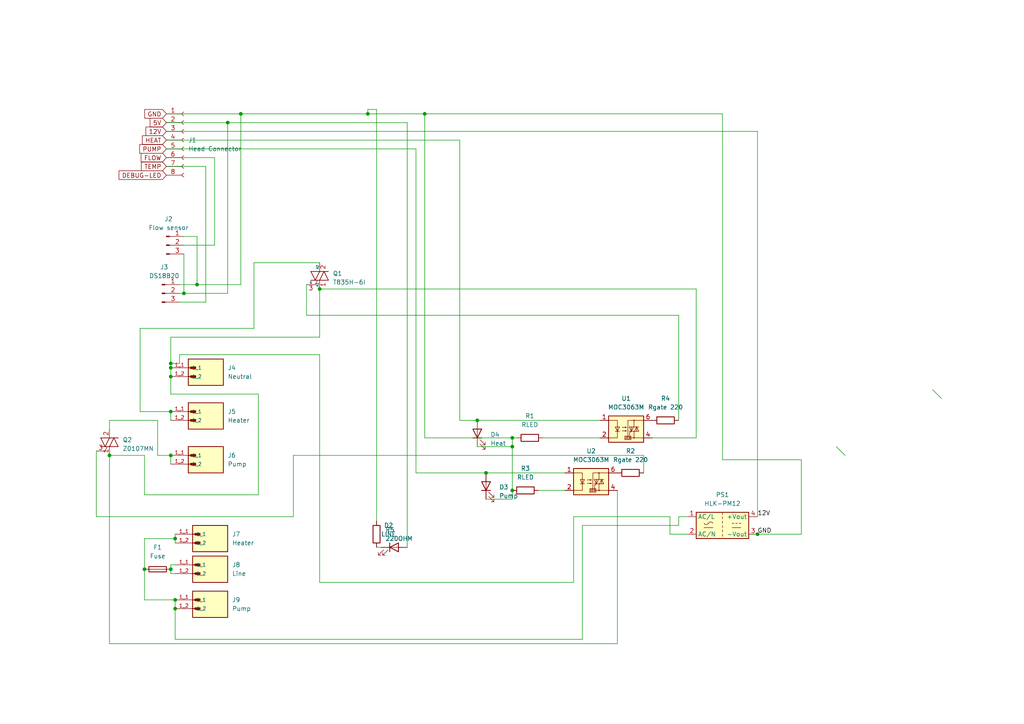
<source format=kicad_sch>
(kicad_sch (version 20250114) (generator "eeschema") (generator_version "9.0")
  (paper "A4")
  (lib_symbols
    (symbol "1212-ST:1212-ST" (pin_names (offset 1.016))
      (property "Reference" "J" (at -5.08 5.842 0))
      (property "Value" "1212-ST" (at -5.08 -5.08 0))
      (symbol "1212-ST_0_0"
        (polyline (pts (xy -5.08 2.54) (xy -3.175 2.54)) (stroke (width 0.254)))
        (polyline (pts (xy -5.08 0) (xy -3.175 0)) (stroke (width 0.254)))
        (rectangle (start -5.08 -2.54) (end 5.08 5.08) (stroke (width 0.254)) (fill (type background)))
        (rectangle (start -4.445 2.2225) (end -2.8575 2.8575) (stroke (width 0.1)) (fill (type outline)))
        (rectangle (start -4.445 -0.3175) (end -2.8575 0.3175) (stroke (width 0.1)) (fill (type outline)))
        (pin passive line (at -10.16 2.54 0) (length 5.08) (name "1_1") (number "1_1"))
        (pin passive line (at -10.16 0 0) (length 5.08) (name "1_2") (number "1_2"))
      )
    )
    (symbol "Connector:Conn_01x03_Pin" (pin_names (offset 1.016) (hide yes))
      (property "Reference" "J" (at 0 5.08 0))
      (property "Value" "Conn_01x03_Pin" (at 0 -5.08 0))
      (symbol "Conn_01x03_Pin_1_1"
        (rectangle (start 0.8636 2.667) (end 0 2.413) (stroke (width 0.1524)) (fill (type outline)))
        (rectangle (start 0.8636 0.127) (end 0 -0.127) (stroke (width 0.1524)) (fill (type outline)))
        (rectangle (start 0.8636 -2.413) (end 0 -2.667) (stroke (width 0.1524)) (fill (type outline)))
        (polyline (pts (xy 1.27 2.54) (xy 0.8636 2.54)) (stroke (width 0.1524)))
        (polyline (pts (xy 1.27 0) (xy 0.8636 0)) (stroke (width 0.1524)))
        (polyline (pts (xy 1.27 -2.54) (xy 0.8636 -2.54)) (stroke (width 0.1524)))
        (pin passive line (at 5.08 2.54 180) (length 3.81) (name "Pin_1") (number "1"))
        (pin passive line (at 5.08 0 180) (length 3.81) (name "Pin_2") (number "2"))
        (pin passive line (at 5.08 -2.54 180) (length 3.81) (name "Pin_3") (number "3"))
      )
    )
    (symbol "Connector:Conn_01x08_Socket" (pin_names (offset 1.016) (hide yes))
      (property "Reference" "J" (at 0 10.16 0))
      (property "Value" "Conn_01x08_Socket" (at 0 -12.7 0))
      (symbol "Conn_01x08_Socket_1_1"
        (polyline (pts (xy -1.27 7.62) (xy -0.508 7.62)) (stroke (width 0.1524)))
        (polyline (pts (xy -1.27 5.08) (xy -0.508 5.08)) (stroke (width 0.1524)))
        (polyline (pts (xy -1.27 2.54) (xy -0.508 2.54)) (stroke (width 0.1524)))
        (polyline (pts (xy -1.27 0) (xy -0.508 0)) (stroke (width 0.1524)))
        (polyline (pts (xy -1.27 -2.54) (xy -0.508 -2.54)) (stroke (width 0.1524)))
        (polyline (pts (xy -1.27 -5.08) (xy -0.508 -5.08)) (stroke (width 0.1524)))
        (polyline (pts (xy -1.27 -7.62) (xy -0.508 -7.62)) (stroke (width 0.1524)))
        (polyline (pts (xy -1.27 -10.16) (xy -0.508 -10.16)) (stroke (width 0.1524)))
        (arc (start 0 7.112) (mid -0.5058 7.62) (end 0 8.128) (stroke (width 0.1524)))
        (arc (start 0 4.572) (mid -0.5058 5.08) (end 0 5.588) (stroke (width 0.1524)))
        (arc (start 0 2.032) (mid -0.5058 2.54) (end 0 3.048) (stroke (width 0.1524)))
        (arc (start 0 -0.508) (mid -0.5058 0) (end 0 0.508) (stroke (width 0.1524)))
        (arc (start 0 -3.048) (mid -0.5058 -2.54) (end 0 -2.032) (stroke (width 0.1524)))
        (arc (start 0 -5.588) (mid -0.5058 -5.08) (end 0 -4.572) (stroke (width 0.1524)))
        (arc (start 0 -8.128) (mid -0.5058 -7.62) (end 0 -7.112) (stroke (width 0.1524)))
        (arc (start 0 -10.668) (mid -0.5058 -10.16) (end 0 -9.652) (stroke (width 0.1524)))
        (pin passive line (at -5.08 7.62 0) (length 3.81) (name "Pin_1") (number "1"))
        (pin passive line (at -5.08 5.08 0) (length 3.81) (name "Pin_2") (number "2"))
        (pin passive line (at -5.08 2.54 0) (length 3.81) (name "Pin_3") (number "3"))
        (pin passive line (at -5.08 0 0) (length 3.81) (name "Pin_4") (number "4"))
        (pin passive line (at -5.08 -2.54 0) (length 3.81) (name "Pin_5") (number "5"))
        (pin passive line (at -5.08 -5.08 0) (length 3.81) (name "Pin_6") (number "6"))
        (pin passive line (at -5.08 -7.62 0) (length 3.81) (name "Pin_7") (number "7"))
        (pin passive line (at -5.08 -10.16 0) (length 3.81) (name "Pin_8") (number "8"))
      )
    )
    (symbol "Converter_ACDC:HLK-PM12"
      (property "Reference" "PS" (at 0 5.08 0))
      (property "Value" "HLK-PM12" (at 0 -5.08 0))
      (symbol "HLK-PM12_0_1"
        (rectangle (start -7.62 3.81) (end 7.62 -3.81) (stroke (width 0.254)) (fill (type background)))
        (polyline (pts (xy -5.334 -0.635) (xy -2.794 -0.635)))
        (arc (start -4.064 0.635) (mid -4.699 0.2495) (end -5.334 0.635))
        (arc (start -4.064 0.635) (mid -3.429 1.0072) (end -2.794 0.635))
        (polyline (pts (xy 0 3.81) (xy 0 3.175)))
        (polyline (pts (xy 0 2.54) (xy 0 1.905)))
        (polyline (pts (xy 0 1.27) (xy 0 0.635)))
        (polyline (pts (xy 0 0) (xy 0 -0.635)))
        (polyline (pts (xy 0 -1.27) (xy 0 -1.905)))
        (polyline (pts (xy 0 -2.54) (xy 0 -3.175)))
        (polyline (pts (xy 2.794 0.635) (xy 3.302 0.635)))
        (polyline (pts (xy 2.794 -0.635) (xy 5.334 -0.635)))
        (polyline (pts (xy 3.81 0.635) (xy 4.318 0.635)))
        (polyline (pts (xy 4.826 0.635) (xy 5.334 0.635)))
      )
      (symbol "HLK-PM12_1_1"
        (pin power_in line (at -10.16 2.54 0) (length 2.54) (name "AC/L") (number "1"))
        (pin power_in line (at -10.16 -2.54 0) (length 2.54) (name "AC/N") (number "2"))
        (pin power_out line (at 10.16 2.54 180) (length 2.54) (name "+Vout") (number "4"))
        (pin power_out line (at 10.16 -2.54 180) (length 2.54) (name "-Vout") (number "3"))
      )
    )
    (symbol "Device:Fuse" (pin_numbers (hide yes)) (pin_names (offset 0))
      (property "Reference" "F" (at 2.032 0 90))
      (property "Value" "Fuse" (at -1.905 0 90))
      (symbol "Fuse_0_1"
        (rectangle (start -0.762 -2.54) (end 0.762 2.54) (stroke (width 0.254)))
        (polyline (pts (xy 0 2.54) (xy 0 -2.54)))
      )
      (symbol "Fuse_1_1"
        (pin passive line (at 0 3.81 270) (length 1.27) (name "~") (number "1"))
        (pin passive line (at 0 -3.81 90) (length 1.27) (name "~") (number "2"))
      )
    )
    (symbol "Device:LED" (pin_numbers (hide yes)) (pin_names (offset 1.016) (hide yes))
      (property "Reference" "D" (at 0 2.54 0))
      (property "Value" "LED" (at 0 -2.54 0))
      (symbol "LED_0_1"
        (polyline (pts (xy -3.048 -0.762) (xy -4.572 -2.286) (xy -3.81 -2.286) (xy -4.572 -2.286) (xy -4.572 -1.524)))
        (polyline (pts (xy -1.778 -0.762) (xy -3.302 -2.286) (xy -2.54 -2.286) (xy -3.302 -2.286) (xy -3.302 -1.524)))
        (polyline (pts (xy -1.27 0) (xy 1.27 0)))
        (polyline (pts (xy -1.27 -1.27) (xy -1.27 1.27)) (stroke (width 0.254)))
        (polyline (pts (xy 1.27 -1.27) (xy 1.27 1.27) (xy -1.27 0) (xy 1.27 -1.27)) (stroke (width 0.254)))
      )
      (symbol "LED_1_1"
        (pin passive line (at -3.81 0 0) (length 2.54) (name "K") (number "1"))
        (pin passive line (at 3.81 0 180) (length 2.54) (name "A") (number "2"))
      )
    )
    (symbol "Device:R" (pin_numbers (hide yes)) (pin_names (offset 0))
      (property "Reference" "R" (at 2.032 0 90))
      (property "Value" "R" (at 0 0 90))
      (symbol "R_0_1"
        (rectangle (start -1.016 -2.54) (end 1.016 2.54) (stroke (width 0.254)))
      )
      (symbol "R_1_1"
        (pin passive line (at 0 3.81 270) (length 1.27) (name "~") (number "1"))
        (pin passive line (at 0 -3.81 90) (length 1.27) (name "~") (number "2"))
      )
    )
    (symbol "Relay_SolidState:MOC3063M"
      (property "Reference" "U" (at -5.08 5.08 0))
      (property "Value" "MOC3063M" (at 0 5.08 0))
      (symbol "MOC3063M_0_0"
        (rectangle (start -0.381 -2.032) (end 1.397 -3.048))
        (polyline (pts (xy 1.524 -0.635) (xy 1.016 -1.016) (xy 1.016 -2.032)))
        (polyline (pts (xy 2.286 -2.54) (xy 1.397 -2.54)))
        (text "ZCD" (at 0.508 -2.54 0) (effects (font (size 0.508 0.508))))
      )
      (symbol "MOC3063M_0_1"
        (rectangle (start -5.08 3.81) (end 5.08 -3.81) (stroke (width 0.254)) (fill (type background)))
        (polyline (pts (xy -5.08 2.54) (xy -2.54 2.54) (xy -2.54 -2.54) (xy -5.08 -2.54)))
        (polyline (pts (xy -3.175 -0.635) (xy -1.905 -0.635)))
        (polyline (pts (xy -2.54 -0.635) (xy -3.175 0.635) (xy -1.905 0.635) (xy -2.54 -0.635)))
        (polyline (pts (xy -1.143 0.508) (xy 0.127 0.508) (xy -0.254 0.381) (xy -0.254 0.635) (xy 0.127 0.508)))
        (polyline (pts (xy -1.143 -0.508) (xy 0.127 -0.508) (xy -0.254 -0.635) (xy -0.254 -0.381) (xy 0.127 -0.508)))
        (polyline (pts (xy 0.889 -0.635) (xy 3.683 -0.635) (xy 3.048 0.635) (xy 2.413 -0.635)))
        (polyline (pts (xy 1.524 -0.635) (xy 1.524 0.635)))
        (polyline (pts (xy 2.286 2.54) (xy 0.508 2.54) (xy 0.508 -2.032)))
        (circle (center 2.286 2.54) (radius 0.127))
        (polyline (pts (xy 2.286 0.635) (xy 2.286 2.54) (xy 5.08 2.54)))
        (polyline (pts (xy 2.286 -0.635) (xy 2.286 -2.54) (xy 5.08 -2.54)))
        (circle (center 2.286 -2.54) (radius 0.127))
        (polyline (pts (xy 3.048 0.635) (xy 3.048 -0.635)))
        (polyline (pts (xy 3.683 0.635) (xy 0.889 0.635) (xy 1.524 -0.635) (xy 2.159 0.635)))
      )
      (symbol "MOC3063M_1_1"
        (pin passive line (at -7.62 2.54 0) (length 2.54) (name "~") (number "1"))
        (pin passive line (at -7.62 -2.54 0) (length 2.54) (name "~") (number "2"))
        (pin no_connect line (at -5.08 0 0) (length 2.54) (hide yes) (name "NC") (number "3"))
        (pin no_connect line (at 5.08 0 180) (length 2.54) (hide yes) (name "NC") (number "5"))
        (pin passive line (at 7.62 2.54 180) (length 2.54) (name "~") (number "6"))
        (pin passive line (at 7.62 -2.54 180) (length 2.54) (name "~") (number "4"))
      )
    )
    (symbol "Triac_Thyristor:BT136-500" (pin_names (offset 0))
      (property "Reference" "Q" (at 5.08 1.905 0))
      (property "Value" "BT136-500" (at 5.08 0 0))
      (symbol "BT136-500_0_1"
        (polyline (pts (xy -2.54 1.27) (xy 2.54 1.27)) (stroke (width 0.2032)))
        (polyline (pts (xy -2.54 1.27) (xy -1.27 -1.27) (xy 0 1.27)) (stroke (width 0.2032)))
        (polyline (pts (xy -2.54 -1.27) (xy 2.54 -1.27)) (stroke (width 0.2032)))
        (polyline (pts (xy -1.27 -2.54) (xy -0.635 -1.27)))
        (polyline (pts (xy 0 -1.27) (xy 1.27 1.27) (xy 2.54 -1.27)) (stroke (width 0.2032)))
      )
      (symbol "BT136-500_1_1"
        (pin input line (at -3.81 -2.54 0) (length 2.54) (name "G") (number "3"))
        (pin passive line (at 0 3.81 270) (length 2.54) (name "A2") (number "2"))
        (pin passive line (at 0 -3.81 90) (length 2.54) (name "A1") (number "1"))
      )
    )
    (symbol "Triac_Thyristor:Z0107MN" (pin_names (offset 0) (hide yes))
      (property "Reference" "D" (at 3.175 0.635 0))
      (property "Value" "Z0107MN" (at 3.175 -1.27 0))
      (symbol "Z0107MN_0_1"
        (polyline (pts (xy -2.54 1.27) (xy 2.54 1.27)) (stroke (width 0.2032)))
        (polyline (pts (xy -2.54 1.27) (xy -1.27 -1.27) (xy 0 1.27)) (stroke (width 0.2032)))
        (polyline (pts (xy -2.54 -1.27) (xy 2.54 -1.27)) (stroke (width 0.2032)))
        (polyline (pts (xy -1.27 -2.54) (xy -0.635 -1.27)))
        (polyline (pts (xy 0 -1.27) (xy 1.27 1.27) (xy 2.54 -1.27)) (stroke (width 0.2032)))
      )
      (symbol "Z0107MN_1_1"
        (pin input line (at -3.81 -2.54 0) (length 2.54) (name "G") (number "3"))
        (pin passive line (at 0 3.81 270) (length 2.54) (name "A2") (number "2"))
        (pin passive line (at 0 3.81 270) (length 2.54) (hide yes) (name "A4") (number "4"))
        (pin passive line (at 0 -3.81 90) (length 2.54) (name "A1") (number "1"))
      )
    )
  )
  (junction (at 53.34 85.09))
  (junction (at 41.91 165.1))
  (junction (at 148.59 129.54))
  (junction (at 138.43 121.92))
  (junction (at 69.85 33.02))
  (junction (at 31.75 132.08))
  (junction (at 92.71 83.82))
  (junction (at 49.53 165.1))
  (junction (at 148.59 142.24))
  (junction (at 148.59 127))
  (junction (at 66.04 35.56))
  (junction (at 49.53 132.08))
  (junction (at 219.71 154.94))
  (junction (at 50.8 176.53))
  (junction (at 140.97 137.16))
  (junction (at 49.53 106.68))
  (junction (at 123.19 33.02))
  (junction (at 49.53 109.22))
  (junction (at 57.15 82.55))
  (junction (at 50.8 156.21))
  (junction (at 49.53 119.38))
  (junction (at 106.68 33.02))
  (junction (at 49.53 105.41))
  (junction (at 50.8 173.99))
  (bus_entry (at 270.51 113.03) (size 2.54 2.54))
  (bus_entry (at 242.57 129.54) (size 2.54 2.54))
  (wire (pts (xy 49.53 132.08) (xy 49.53 134.62)))
  (wire (pts (xy 74.93 114.3) (xy 49.53 114.3)))
  (wire (pts (xy 52.07 105.41) (xy 52.07 102.87)))
  (wire (pts (xy 201.93 83.82) (xy 92.71 83.82)))
  (wire (pts (xy 133.35 40.64) (xy 48.26 40.64)))
  (wire (pts (xy 85.09 132.08) (xy 85.09 149.86)))
  (wire (pts (xy 50.8 154.94) (xy 50.8 156.21)))
  (wire (pts (xy 50.8 166.37) (xy 49.53 166.37)))
  (wire (pts (xy 209.55 133.35) (xy 232.41 133.35)))
  (wire (pts (xy 123.19 127) (xy 123.19 33.02)))
  (wire (pts (xy 218.44 154.94) (xy 219.71 154.94)))
  (wire (pts (xy 148.59 144.78) (xy 148.59 142.24)))
  (wire (pts (xy 52.07 85.09) (xy 53.34 85.09)))
  (wire (pts (xy 41.91 156.21) (xy 41.91 165.1)))
  (wire (pts (xy 219.71 38.1) (xy 219.71 149.86)))
  (wire (pts (xy 92.71 102.87) (xy 92.71 168.91)))
  (wire (pts (xy 123.19 33.02) (xy 209.55 33.02)))
  (wire (pts (xy 50.8 163.83) (xy 49.53 163.83)))
  (wire (pts (xy 48.26 35.56) (xy 66.04 35.56)))
  (wire (pts (xy 45.72 121.92) (xy 31.75 121.92)))
  (wire (pts (xy 49.53 97.79) (xy 49.53 105.41)))
  (wire (pts (xy 201.93 127) (xy 201.93 83.82)))
  (wire (pts (xy 62.23 71.12) (xy 62.23 45.72)))
  (wire (pts (xy 109.22 31.75) (xy 109.22 151.13)))
  (wire (pts (xy 69.85 82.55) (xy 69.85 33.02)))
  (wire (pts (xy 45.72 132.08) (xy 45.72 121.92)))
  (wire (pts (xy 85.09 149.86) (xy 27.94 149.86)))
  (wire (pts (xy 49.53 132.08) (xy 45.72 132.08)))
  (wire (pts (xy 92.71 76.2) (xy 73.66 76.2)))
  (wire (pts (xy 48.26 45.72) (xy 62.23 45.72)))
  (wire (pts (xy 133.35 121.92) (xy 133.35 40.64)))
  (wire (pts (xy 196.85 121.92) (xy 196.85 91.44)))
  (wire (pts (xy 232.41 133.35) (xy 232.41 154.94)))
  (wire (pts (xy 49.53 114.3) (xy 49.53 109.22)))
  (wire (pts (xy 27.94 149.86) (xy 27.94 130.81)))
  (wire (pts (xy 49.53 105.41) (xy 52.07 105.41)))
  (wire (pts (xy 52.07 87.63) (xy 59.69 87.63)))
  (wire (pts (xy 168.91 152.4) (xy 196.85 152.4)))
  (wire (pts (xy 157.48 127) (xy 173.99 127)))
  (wire (pts (xy 156.21 142.24) (xy 163.83 142.24)))
  (wire (pts (xy 106.68 33.02) (xy 123.19 33.02)))
  (wire (pts (xy 118.11 35.56) (xy 118.11 158.75)))
  (wire (pts (xy 66.04 35.56) (xy 118.11 35.56)))
  (wire (pts (xy 219.71 154.94) (xy 232.41 154.94)))
  (wire (pts (xy 49.53 106.68) (xy 49.53 109.22)))
  (wire (pts (xy 109.22 31.75) (xy 106.68 31.75)))
  (wire (pts (xy 41.91 143.51) (xy 74.93 143.51)))
  (wire (pts (xy 48.26 48.26) (xy 59.69 48.26)))
  (wire (pts (xy 40.64 119.38) (xy 49.53 119.38)))
  (wire (pts (xy 123.19 127) (xy 148.59 127)))
  (wire (pts (xy 50.8 156.21) (xy 50.8 157.48)))
  (wire (pts (xy 50.8 156.21) (xy 41.91 156.21)))
  (wire (pts (xy 57.15 82.55) (xy 69.85 82.55)))
  (wire (pts (xy 50.8 185.42) (xy 168.91 185.42)))
  (wire (pts (xy 92.71 168.91) (xy 166.37 168.91)))
  (wire (pts (xy 41.91 132.08) (xy 41.91 143.51)))
  (wire (pts (xy 49.53 105.41) (xy 49.53 106.68)))
  (wire (pts (xy 179.07 142.24) (xy 179.07 186.69)))
  (wire (pts (xy 166.37 168.91) (xy 166.37 149.86)))
  (wire (pts (xy 31.75 186.69) (xy 31.75 132.08)))
  (wire (pts (xy 173.99 121.92) (xy 138.43 121.92)))
  (wire (pts (xy 109.22 158.75) (xy 110.49 158.75)))
  (wire (pts (xy 31.75 132.08) (xy 41.91 132.08)))
  (wire (pts (xy 148.59 129.54) (xy 148.59 142.24)))
  (wire (pts (xy 209.55 33.02) (xy 209.55 133.35)))
  (wire (pts (xy 74.93 143.51) (xy 74.93 114.3)))
  (wire (pts (xy 168.91 185.42) (xy 168.91 152.4)))
  (wire (pts (xy 49.53 166.37) (xy 49.53 165.1)))
  (wire (pts (xy 163.83 137.16) (xy 140.97 137.16)))
  (wire (pts (xy 196.85 152.4) (xy 196.85 149.86)))
  (wire (pts (xy 73.66 76.2) (xy 73.66 95.25)))
  (wire (pts (xy 52.07 102.87) (xy 92.71 102.87)))
  (wire (pts (xy 48.26 33.02) (xy 69.85 33.02)))
  (wire (pts (xy 179.07 186.69) (xy 31.75 186.69)))
  (wire (pts (xy 140.97 144.78) (xy 148.59 144.78)))
  (wire (pts (xy 196.85 149.86) (xy 199.39 149.86)))
  (wire (pts (xy 120.65 43.18) (xy 48.26 43.18)))
  (wire (pts (xy 196.85 91.44) (xy 88.9 91.44)))
  (wire (pts (xy 49.53 163.83) (xy 49.53 165.1)))
  (wire (pts (xy 166.37 149.86) (xy 194.31 149.86)))
  (wire (pts (xy 186.69 132.08) (xy 85.09 132.08)))
  (wire (pts (xy 31.75 121.92) (xy 31.75 124.46)))
  (wire (pts (xy 148.59 127) (xy 148.59 129.54)))
  (wire (pts (xy 186.69 137.16) (xy 186.69 132.08)))
  (wire (pts (xy 138.43 121.92) (xy 133.35 121.92)))
  (wire (pts (xy 50.8 176.53) (xy 50.8 185.42)))
  (wire (pts (xy 57.15 68.58) (xy 57.15 82.55)))
  (wire (pts (xy 140.97 137.16) (xy 120.65 137.16)))
  (wire (pts (xy 148.59 127) (xy 149.86 127)))
  (wire (pts (xy 73.66 95.25) (xy 40.64 95.25)))
  (wire (pts (xy 194.31 149.86) (xy 194.31 154.94)))
  (wire (pts (xy 40.64 95.25) (xy 40.64 119.38)))
  (wire (pts (xy 194.31 154.94) (xy 199.39 154.94)))
  (wire (pts (xy 49.53 97.79) (xy 92.71 97.79)))
  (wire (pts (xy 69.85 33.02) (xy 106.68 33.02)))
  (wire (pts (xy 53.34 71.12) (xy 62.23 71.12)))
  (wire (pts (xy 92.71 83.82) (xy 92.71 97.79)))
  (wire (pts (xy 59.69 87.63) (xy 59.69 48.26)))
  (wire (pts (xy 41.91 165.1) (xy 41.91 173.99)))
  (wire (pts (xy 52.07 82.55) (xy 57.15 82.55)))
  (wire (pts (xy 189.23 127) (xy 201.93 127)))
  (wire (pts (xy 49.53 119.38) (xy 49.53 121.92)))
  (wire (pts (xy 120.65 137.16) (xy 120.65 43.18)))
  (wire (pts (xy 53.34 68.58) (xy 57.15 68.58)))
  (wire (pts (xy 50.8 173.99) (xy 50.8 176.53)))
  (wire (pts (xy 138.43 129.54) (xy 148.59 129.54)))
  (wire (pts (xy 106.68 31.75) (xy 106.68 33.02)))
  (wire (pts (xy 88.9 91.44) (xy 88.9 82.55)))
  (wire (pts (xy 41.91 173.99) (xy 50.8 173.99)))
  (wire (pts (xy 48.26 38.1) (xy 219.71 38.1)))
  (wire (pts (xy 66.04 85.09) (xy 66.04 35.56)))
  (wire (pts (xy 53.34 85.09) (xy 66.04 85.09)))
  (wire (pts (xy 53.34 73.66) (xy 53.34 85.09)))
  (label "GND" (at 219.71 154.94 0))
  (label "12V" (at 219.71 149.86 0))
  (global_label "12V" (shape input) (at 48.26 38.1 180) (property "Intersheetrefs" "${INTERSHEET_REFS}" (effects (hide yes))))
  (global_label "DEBUG-LED" (shape input) (at 48.26 50.8 180) (property "Intersheetrefs" "${INTERSHEET_REFS}" (effects (hide yes))))
  (global_label "PUMP" (shape input) (at 48.26 43.18 180) (property "Intersheetrefs" "${INTERSHEET_REFS}" (effects (hide yes))))
  (global_label "5V" (shape input) (at 48.26 35.56 180) (property "Intersheetrefs" "${INTERSHEET_REFS}" (effects (hide yes))))
  (global_label "HEAT" (shape input) (at 48.26 40.64 180) (property "Intersheetrefs" "${INTERSHEET_REFS}" (effects (hide yes))))
  (global_label "TEMP" (shape input) (at 48.26 48.26 180) (property "Intersheetrefs" "${INTERSHEET_REFS}" (effects (hide yes))))
  (global_label "GND" (shape input) (at 48.26 33.02 180) (property "Intersheetrefs" "${INTERSHEET_REFS}" (effects (hide yes))))
  (global_label "FLOW" (shape input) (at 48.26 45.72 180) (property "Intersheetrefs" "${INTERSHEET_REFS}" (effects (hide yes))))
  (symbol (lib_id "Connector:Conn_01x08_Socket") (at 53.34 40.64 0) (unit 1)
    (property "Reference" "J1" (at 54.61 40.6399 0) (effects (justify left)))
    (property "Value" "Head Connector" (at 54.61 43.1799 0) (effects (justify left)))
    (property "Footprint" "Connector_JST:JST_PH_B8B-PH-K_1x08_P2.00mm_Vertical" (effects (hide yes)))
    (property "Description" "Generic connector, single row, 01x08, script generated" (effects (hide yes)))
  )
  (symbol (lib_id "Relay_SolidState:MOC3063M") (at 181.61 124.46 0) (unit 1)
    (property "Reference" "U1" (at 181.61 115.57 0))
    (property "Value" "MOC3063M" (at 181.61 118.11 0))
    (property "Footprint" "Package_DIP:DIP-6_W10.16mm_LongPads" (effects (hide yes)))
    (property "Datasheet" "https://www.onsemi.com/pub/Collateral/MOC3163M-D.pdf" (effects (hide yes)))
    (property "Description" "Zero Cross Opto-Triac, Vdrm 600V, Ift 5mA, DIP6" (effects (hide yes)))
  )
  (symbol (lib_id "Device:R") (at 109.22 154.94 0) (unit 1)
    (property "Reference" "R5" (at 111.76 153.6699 0) (effects (justify left)))
    (property "Value" "220OHM" (at 111.76 156.2099 0) (effects (justify left)))
    (property "Footprint" "Resistor_SMD:R_0603_1608Metric_Pad0.98x0.95mm_HandSolder" (effects (hide yes)))
    (property "Description" "Resistor" (effects (hide yes)))
  )
  (symbol (lib_id "Converter_ACDC:HLK-PM12") (at 209.55 152.4 0) (unit 1)
    (property "Reference" "PS1" (at 209.55 143.51 0))
    (property "Value" "HLK-PM12" (at 209.55 146.05 0))
    (property "Footprint" "Converter_ACDC:Converter_ACDC_Hi-Link_HLK-PMxx" (effects (hide yes)))
    (property "Datasheet" "https://h.hlktech.com/download/ACDC%E7%94%B5%E6%BA%90%E6%A8%A1%E5%9D%973W%E7%B3%BB%E5%88%97/1/%E6%B5%B7%E5%87%8C%E7%A7%913W%E7%B3%BB%E5%88%97%E7%94%B5%E6%BA%90%E6%A8%A1%E5%9D%97%E8%A7%84%E6%A0%BC%E4%B9%A6V2.8.pdf" (effects (hide yes)))
    (property "Description" "Compact AC/DC board mount power module 3W 12V" (effects (hide yes)))
  )
  (symbol (lib_id "Device:R") (at 182.88 137.16 90) (unit 1)
    (property "Reference" "R2" (at 182.88 130.81 90))
    (property "Value" "Rgate 220" (at 182.88 133.35 90))
    (property "Footprint" "Resistor_SMD:R_0201_0603Metric_Pad0.64x0.40mm_HandSolder" (effects (hide yes)))
    (property "Description" "Resistor" (effects (hide yes)))
  )
  (symbol (lib_id "Device:LED") (at 140.97 140.97 90) (unit 1)
    (property "Reference" "D3" (at 144.78 141.2874 90) (effects (justify right)))
    (property "Value" "Pump" (at 144.78 143.8274 90) (effects (justify right)))
    (property "Footprint" "LED_THT:LED_D3.0mm" (effects (hide yes)))
    (property "Description" "Light emitting diode" (effects (hide yes)))
    (property "Sim.Pins" "1=K 2=A" (effects (hide yes)))
  )
  (symbol (lib_id "Triac_Thyristor:Z0107MN") (at 31.75 128.27 0) (unit 1)
    (property "Reference" "Q2" (at 35.56 127.5841 0) (effects (justify left)))
    (property "Value" "Z0107MN" (at 35.56 130.1241 0) (effects (justify left)))
    (property "Footprint" "Package_TO_SOT_SMD:SOT-223" (effects (hide yes)))
    (property "Datasheet" "http://www.st.com/resource/en/datasheet/z01.pdf" (effects (hide yes)))
    (property "Description" "4Q Triac, 1A RMS, 600V VDRM, 5mA Igt, 10mA Ih, SOT-223" (effects (hide yes)))
  )
  (symbol (lib_id "Device:R") (at 153.67 127 90) (unit 1)
    (property "Reference" "R1" (at 153.67 120.65 90))
    (property "Value" "RLED" (at 153.67 123.19 90))
    (property "Footprint" "Resistor_SMD:R_1206_3216Metric_Pad1.30x1.75mm_HandSolder" (effects (hide yes)))
    (property "Description" "Resistor" (effects (hide yes)))
  )
  (symbol (lib_id "1212-ST:1212-ST") (at 59.69 134.62 0) (unit 1)
    (property "Reference" "J6" (at 66.04 132.0799 0) (effects (justify left)))
    (property "Value" "Pump" (at 66.04 134.6199 0) (effects (justify left)))
    (property "Footprint" "1212-ST:KEYSTONE_1212-ST" (effects (hide yes)))
    (property "MF" "Keystone Electronics" (effects (hide yes)))
    (property "MAXIMUM_PACKAGE_HEIGHT" "12.95mm" (effects (hide yes)))
    (property "Package" "None" (effects (hide yes)))
    (property "Price" "None" (effects (hide yes)))
    (property "Check_prices" "https://www.snapeda.com/parts/1212-ST/Keystone/view-part/?ref=eda" (effects (hide yes)))
    (property "STANDARD" "Manufacturer Recommendations" (effects (hide yes)))
    (property "PARTREV" "C" (effects (hide yes)))
    (property "SnapEDA_Link" "https://www.snapeda.com/parts/1212-ST/Keystone/view-part/?ref=snap" (effects (hide yes)))
    (property "MP" "1212-ST" (effects (hide yes)))
    (property "Description_1" "Terminal Quick-Fit Vertical Sturdi-Mount PCB Male .187 Tab Brass/Tin | Keystone Electronics 1212-ST" (effects (hide yes)))
    (property "MANUFACTURER" "Keystone" (effects (hide yes)))
    (property "Availability" "In Stock" (effects (hide yes)))
    (property "SNAPEDA_PN" "1212-ST" (effects (hide yes)))
  )
  (symbol (lib_id "1212-ST:1212-ST") (at 60.96 176.53 0) (unit 1)
    (property "Reference" "J9" (at 67.31 173.9899 0) (effects (justify left)))
    (property "Value" "Pump" (at 67.31 176.5299 0) (effects (justify left)))
    (property "Footprint" "1212-ST:KEYSTONE_1212-ST" (effects (hide yes)))
    (property "MF" "Keystone Electronics" (effects (hide yes)))
    (property "MAXIMUM_PACKAGE_HEIGHT" "12.95mm" (effects (hide yes)))
    (property "Package" "None" (effects (hide yes)))
    (property "Price" "None" (effects (hide yes)))
    (property "Check_prices" "https://www.snapeda.com/parts/1212-ST/Keystone/view-part/?ref=eda" (effects (hide yes)))
    (property "STANDARD" "Manufacturer Recommendations" (effects (hide yes)))
    (property "PARTREV" "C" (effects (hide yes)))
    (property "SnapEDA_Link" "https://www.snapeda.com/parts/1212-ST/Keystone/view-part/?ref=snap" (effects (hide yes)))
    (property "MP" "1212-ST" (effects (hide yes)))
    (property "Description_1" "Terminal Quick-Fit Vertical Sturdi-Mount PCB Male .187 Tab Brass/Tin | Keystone Electronics 1212-ST" (effects (hide yes)))
    (property "MANUFACTURER" "Keystone" (effects (hide yes)))
    (property "Availability" "In Stock" (effects (hide yes)))
    (property "SNAPEDA_PN" "1212-ST" (effects (hide yes)))
  )
  (symbol (lib_id "1212-ST:1212-ST") (at 60.96 166.37 0) (unit 1)
    (property "Reference" "J8" (at 67.31 163.8299 0) (effects (justify left)))
    (property "Value" "Line" (at 67.31 166.3699 0) (effects (justify left)))
    (property "Footprint" "1212-ST:KEYSTONE_1212-ST" (effects (hide yes)))
    (property "MF" "Keystone Electronics" (effects (hide yes)))
    (property "MAXIMUM_PACKAGE_HEIGHT" "12.95mm" (effects (hide yes)))
    (property "Package" "None" (effects (hide yes)))
    (property "Price" "None" (effects (hide yes)))
    (property "Check_prices" "https://www.snapeda.com/parts/1212-ST/Keystone/view-part/?ref=eda" (effects (hide yes)))
    (property "STANDARD" "Manufacturer Recommendations" (effects (hide yes)))
    (property "PARTREV" "C" (effects (hide yes)))
    (property "SnapEDA_Link" "https://www.snapeda.com/parts/1212-ST/Keystone/view-part/?ref=snap" (effects (hide yes)))
    (property "MP" "1212-ST" (effects (hide yes)))
    (property "Description_1" "Terminal Quick-Fit Vertical Sturdi-Mount PCB Male .187 Tab Brass/Tin | Keystone Electronics 1212-ST" (effects (hide yes)))
    (property "MANUFACTURER" "Keystone" (effects (hide yes)))
    (property "Availability" "In Stock" (effects (hide yes)))
    (property "SNAPEDA_PN" "1212-ST" (effects (hide yes)))
  )
  (symbol (lib_id "1212-ST:1212-ST") (at 60.96 157.48 0) (unit 1)
    (property "Reference" "J7" (at 67.31 154.9399 0) (effects (justify left)))
    (property "Value" "Heater" (at 67.31 157.4799 0) (effects (justify left)))
    (property "Footprint" "1212-ST:KEYSTONE_1212-ST" (effects (hide yes)))
    (property "MF" "Keystone Electronics" (effects (hide yes)))
    (property "MAXIMUM_PACKAGE_HEIGHT" "12.95mm" (effects (hide yes)))
    (property "Package" "None" (effects (hide yes)))
    (property "Price" "None" (effects (hide yes)))
    (property "Check_prices" "https://www.snapeda.com/parts/1212-ST/Keystone/view-part/?ref=eda" (effects (hide yes)))
    (property "STANDARD" "Manufacturer Recommendations" (effects (hide yes)))
    (property "PARTREV" "C" (effects (hide yes)))
    (property "SnapEDA_Link" "https://www.snapeda.com/parts/1212-ST/Keystone/view-part/?ref=snap" (effects (hide yes)))
    (property "MP" "1212-ST" (effects (hide yes)))
    (property "Description_1" "Terminal Quick-Fit Vertical Sturdi-Mount PCB Male .187 Tab Brass/Tin | Keystone Electronics 1212-ST" (effects (hide yes)))
    (property "MANUFACTURER" "Keystone" (effects (hide yes)))
    (property "Availability" "In Stock" (effects (hide yes)))
    (property "SNAPEDA_PN" "1212-ST" (effects (hide yes)))
  )
  (symbol (lib_id "Device:Fuse") (at 45.72 165.1 270) (unit 1)
    (property "Reference" "F1" (at 45.72 158.75 90))
    (property "Value" "Fuse" (at 45.72 161.29 90))
    (property "Footprint" "Fuse:Fuseholder_Cylinder-5x20mm_Schurter_0031_8201_Horizontal_Open" (effects (hide yes)))
    (property "Description" "Fuse" (effects (hide yes)))
  )
  (symbol (lib_id "1212-ST:1212-ST") (at 59.69 121.92 0) (unit 1)
    (property "Reference" "J5" (at 66.04 119.3799 0) (effects (justify left)))
    (property "Value" "Heater" (at 66.04 121.9199 0) (effects (justify left)))
    (property "Footprint" "1212-ST:KEYSTONE_1212-ST" (effects (hide yes)))
    (property "MF" "Keystone Electronics" (effects (hide yes)))
    (property "MAXIMUM_PACKAGE_HEIGHT" "12.95mm" (effects (hide yes)))
    (property "Package" "None" (effects (hide yes)))
    (property "Price" "None" (effects (hide yes)))
    (property "Check_prices" "https://www.snapeda.com/parts/1212-ST/Keystone/view-part/?ref=eda" (effects (hide yes)))
    (property "STANDARD" "Manufacturer Recommendations" (effects (hide yes)))
    (property "PARTREV" "C" (effects (hide yes)))
    (property "SnapEDA_Link" "https://www.snapeda.com/parts/1212-ST/Keystone/view-part/?ref=snap" (effects (hide yes)))
    (property "MP" "1212-ST" (effects (hide yes)))
    (property "Description_1" "Terminal Quick-Fit Vertical Sturdi-Mount PCB Male .187 Tab Brass/Tin | Keystone Electronics 1212-ST" (effects (hide yes)))
    (property "MANUFACTURER" "Keystone" (effects (hide yes)))
    (property "Availability" "In Stock" (effects (hide yes)))
    (property "SNAPEDA_PN" "1212-ST" (effects (hide yes)))
  )
  (symbol (lib_id "Connector:Conn_01x03_Pin") (at 46.99 85.09 0) (unit 1)
    (property "Reference" "J3" (at 47.625 77.47 0))
    (property "Value" "DS18B20" (at 47.625 80.01 0))
    (property "Footprint" "Connector_JST:JST_PH_B3B-PH-K_1x03_P2.00mm_Vertical" (effects (hide yes)))
    (property "Description" "Generic connector, single row, 01x03, script generated" (effects (hide yes)))
  )
  (symbol (lib_id "Relay_SolidState:MOC3063M") (at 171.45 139.7 0) (unit 1)
    (property "Reference" "U2" (at 171.45 130.81 0))
    (property "Value" "MOC3063M" (at 171.45 133.35 0))
    (property "Footprint" "Package_DIP:DIP-6_W10.16mm_LongPads" (effects (hide yes)))
    (property "Datasheet" "https://www.onsemi.com/pub/Collateral/MOC3163M-D.pdf" (effects (hide yes)))
    (property "Description" "Zero Cross Opto-Triac, Vdrm 600V, Ift 5mA, DIP6" (effects (hide yes)))
  )
  (symbol (lib_id "Connector:Conn_01x03_Pin") (at 48.26 71.12 0) (unit 1)
    (property "Reference" "J2" (at 48.895 63.5 0))
    (property "Value" "Flow sensor" (at 48.895 66.04 0))
    (property "Footprint" "Connector_JST:JST_PH_B3B-PH-K_1x03_P2.00mm_Vertical" (effects (hide yes)))
    (property "Description" "Generic connector, single row, 01x03, script generated" (effects (hide yes)))
  )
  (symbol (lib_id "Device:R") (at 152.4 142.24 90) (unit 1)
    (property "Reference" "R3" (at 152.4 135.89 90))
    (property "Value" "RLED" (at 152.4 138.43 90))
    (property "Footprint" "Resistor_SMD:R_1206_3216Metric_Pad1.30x1.75mm_HandSolder" (effects (hide yes)))
    (property "Description" "Resistor" (effects (hide yes)))
  )
  (symbol (lib_id "Triac_Thyristor:BT136-500") (at 92.71 80.01 0) (unit 1)
    (property "Reference" "Q1" (at 96.52 79.3241 0) (effects (justify left)))
    (property "Value" "T835H-6I" (at 96.52 81.8641 0) (effects (justify left)))
    (property "Footprint" "Package_TO_SOT_THT:TO-220-3_Vertical" (effects (hide yes)))
    (property "Datasheet" "http://www.micropik.com/PDF/BT136-600.pdf" (effects (hide yes)))
    (property "Description" "4A RMS, 500V Off-State Voltage, Triac, TO-220" (effects (hide yes)))
  )
  (symbol (lib_id "1212-ST:1212-ST") (at 59.69 109.22 0) (unit 1)
    (property "Reference" "J4" (at 66.04 106.6799 0) (effects (justify left)))
    (property "Value" "Neutral" (at 66.04 109.2199 0) (effects (justify left)))
    (property "Footprint" "1212-ST:KEYSTONE_1212-ST" (effects (hide yes)))
    (property "MF" "Keystone Electronics" (effects (hide yes)))
    (property "MAXIMUM_PACKAGE_HEIGHT" "12.95mm" (effects (hide yes)))
    (property "Package" "None" (effects (hide yes)))
    (property "Price" "None" (effects (hide yes)))
    (property "Check_prices" "https://www.snapeda.com/parts/1212-ST/Keystone/view-part/?ref=eda" (effects (hide yes)))
    (property "STANDARD" "Manufacturer Recommendations" (effects (hide yes)))
    (property "PARTREV" "C" (effects (hide yes)))
    (property "SnapEDA_Link" "https://www.snapeda.com/parts/1212-ST/Keystone/view-part/?ref=snap" (effects (hide yes)))
    (property "MP" "1212-ST" (effects (hide yes)))
    (property "Description_1" "Terminal Quick-Fit Vertical Sturdi-Mount PCB Male .187 Tab Brass/Tin | Keystone Electronics 1212-ST" (effects (hide yes)))
    (property "MANUFACTURER" "Keystone" (effects (hide yes)))
    (property "Availability" "In Stock" (effects (hide yes)))
    (property "SNAPEDA_PN" "1212-ST" (effects (hide yes)))
  )
  (symbol (lib_id "Device:LED") (at 114.3 158.75 0) (unit 1)
    (property "Reference" "D2" (at 112.7125 152.4 0))
    (property "Value" "LINE" (at 112.7125 154.94 0))
    (property "Footprint" "LED_THT:LED_D3.0mm" (effects (hide yes)))
    (property "Description" "Light emitting diode" (effects (hide yes)))
    (property "Sim.Pins" "1=K 2=A" (effects (hide yes)))
  )
  (symbol (lib_id "Device:LED") (at 138.43 125.73 90) (unit 1)
    (property "Reference" "D4" (at 142.24 126.0474 90) (effects (justify right)))
    (property "Value" "Heat" (at 142.24 128.5874 90) (effects (justify right)))
    (property "Footprint" "LED_THT:LED_D3.0mm" (effects (hide yes)))
    (property "Description" "Light emitting diode" (effects (hide yes)))
    (property "Sim.Pins" "1=K 2=A" (effects (hide yes)))
  )
  (symbol (lib_id "Device:R") (at 193.04 121.92 90) (unit 1)
    (property "Reference" "R4" (at 193.04 115.57 90))
    (property "Value" "Rgate 220" (at 193.04 118.11 90))
    (property "Footprint" "Resistor_SMD:R_0201_0603Metric_Pad0.64x0.40mm_HandSolder" (effects (hide yes)))
    (property "Description" "Resistor" (effects (hide yes)))
  )
)
</source>
